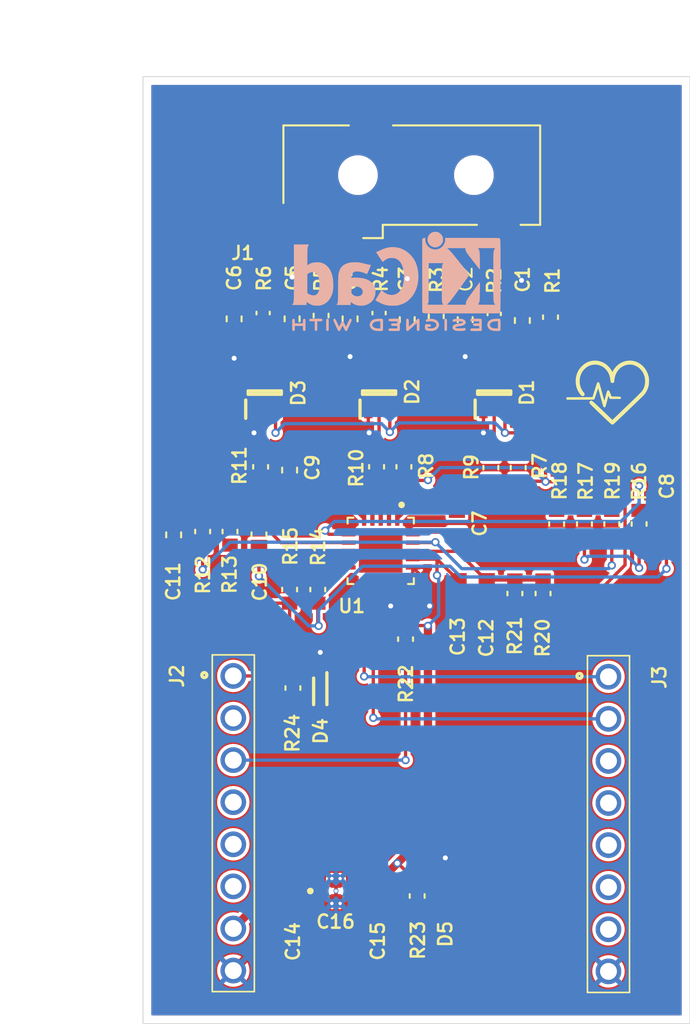
<source format=kicad_pcb>
(kicad_pcb (version 20240108) (generator "pcbnew") (generator_version "8.0")
  (layers (0 "F.Cu" signal) (31 "B.Cu" signal) (34 "B.Paste" user) (35 "F.Paste" user) (36 "B.SilkS" user "B.Silkscreen") (37 "F.SilkS" user "F.Silkscreen") (38 "B.Mask" user) (39 "F.Mask" user) (44 "Edge.Cuts" user))
  (net 0 "")
  (net 1 "Earth")
  (net 2 "Net-(C1-Pad1)")
  (net 3 "Net-(D1-A2{slash}K1)")
  (net 4 "Net-(C3-Pad1)")
  (net 5 "Net-(D2-A2{slash}K1)")
  (net 6 "Net-(C5-Pad1)")
  (net 7 "Net-(D3-A2{slash}K1)")
  (net 8 "Net-(U1-HPSENSE)")
  (net 9 "Net-(U1-HPDRIVE)")
  (net 10 "Net-(U1-SW)")
  (net 11 "/REFOUT")
  (net 12 "Net-(U1-RLD)")
  (net 13 "Net-(U1-RLDFB)")
  (net 14 "Net-(U1-OPAMP+)")
  (net 15 "/OUT")
  (net 16 "Net-(C11-Pad2)")
  (net 17 "Net-(U1-REFIN)")
  (net 18 "VCC")
  (net 19 "Net-(C14-Pad1)")
  (net 20 "Net-(D4-A)")
  (net 21 "Net-(D5-A)")
  (net 22 "/RL")
  (net 23 "/RA")
  (net 24 "/LA")
  (net 26 "/SDN")
  (net 30 "/LOD-")
  (net 36 "/LOD+")
  (net 37 "Net-(U1-+IN)")
  (net 38 "Net-(U1--IN)")
  (net 39 "Net-(U1-IAOUT)")
  (net 40 "Net-(U1-OPAMP-)")
  (net 41 "Net-(R16-Pad1)")
  (net 42 "Net-(R17-Pad1)")
  (footprint "TSW-108-25-G-S_Footprint:TSW-108-XX-YY-S" (layer "F.Cu") (at 163.25 103.77 -90)
    (property "Reference" "J3")
    (property "Value" "TSW-108-25-G-S" (hide yes))
  )
  (footprint "CAPC1608X90:CAPC1608X90" (layer "F.Cu") (at 144.15 82.1725 90)
    (property "Reference" "C5")
    (property "Value" "47pF" (hide yes))
  )
  (footprint "RESC1608X55N:RESC1608X55N" (layer "F.Cu") (at 149.25 91.1 -90)
    (property "Reference" "R10")
    (property "Value" "180K" (hide yes))
  )
  (footprint "Logo:logo_5x5" (layer "F.Cu") (at 163.2 86.625)
    (property "Reference" "ECG_logo1" (hide yes))
    (property "Value" "LOGO" (hide yes))
  )
  (footprint "CAPC1608X87N:CAPC1608X87N" (layer "F.Cu") (at 154.1 94.5 -90)
    (property "Reference" "C7")
    (property "Value" "0.33uF" (hide yes))
  )
  (footprint "CAPC1608X90:CAPC1608X90" (layer "F.Cu") (at 151.1 82.2225 90)
    (property "Reference" "C3")
    (property "Value" "47pF" (hide yes))
  )
  (footprint "RESC1608X55N:RESC1608X55N" (layer "F.Cu") (at 150.9 91.1 -90)
    (property "Reference" "R8")
    (property "Value" "10M" (hide yes))
  )
  (footprint "CAPC1608X90:CAPC1608X90" (layer "F.Cu") (at 137 95.2075 90)
    (property "Reference" "C11")
    (property "Value" "1.5nF" (hide yes))
  )
  (footprint "ERJ-3GEYJ103V_footprint:RES_ERJ-3GEYJ103V" (layer "F.Cu") (at 149.4 81.8225 -90)
    (property "Reference" "R4")
    (property "Value" "10K" (hide yes))
  )
  (footprint "RESC1608X55N:RESC1608X55N" (layer "F.Cu") (at 160.12 94.55 90)
    (property "Reference" "R18")
    (property "Value" "10M" (hide yes))
  )
  (footprint "CAPC1608X90N:CAPC1608X90N" (layer "F.Cu") (at 155.9 98.75 -90)
    (property "Reference" "C12")
    (property "Value" "0.1uF" (hide yes))
  )
  (footprint "CAPC1608X90N:CAPC1608X90N" (layer "F.Cu") (at 149.25 117.05 -90)
    (property "Reference" "C15")
    (property "Value" "10uF" (hide yes))
  )
  (footprint "RESC1608X55N:RESC1608X55N" (layer "F.Cu") (at 144.2 104.45 90)
    (property "Reference" "R24")
    (property "Value" "470" (hide yes))
  )
  (footprint "CAPC1608X90N:CAPC1608X90N" (layer "F.Cu") (at 144.225 117.05 -90)
    (property "Reference" "C14")
    (property "Value" "1.0uF" (hide yes))
  )
  (footprint "TSW-108-25-G-S_Footprint:TSW-108-XX-YY-S" (layer "F.Cu") (at 140.6 103.72 -90)
    (property "Reference" "J2")
    (property "Value" "TSW-108-25-G-S" (hide yes))
  )
  (footprint "NFM18PS105D0J3D_footprint:FIL_NFM18PS105D0J3D" (layer "F.Cu") (at 146.8 116.7)
    (property "Reference" "C16")
    (property "Value" "NFM18PS105D0J3D" (hide yes))
  )
  (footprint "CAPC1608X87N:CAPC1608X87N" (layer "F.Cu") (at 166.75 94.5775 -90)
    (property "Reference" "C8")
    (property "Value" "0.33uF" (hide yes))
  )
  (footprint "AD8232ACPZ-R7_footprint:QFN50P400X400X100-21N" (layer "F.Cu") (at 149.5 96.1725 -90)
    (property "Reference" "U1")
    (property "Value" "AD8232ACPZ-R7" (hide yes))
  )
  (footprint "RESC1608X55N:RESC1608X55N" (layer "F.Cu") (at 144 98.5075 -90)
    (property "Reference" "R15")
    (property "Value" "1M" (hide yes))
  )
  (footprint "BAS40W-04-7-F_footprint:SOT65P222X110-3N" (layer "F.Cu") (at 149.4 86.6225 90)
    (property "Reference" "D2")
    (property "Value" "BAS40W-04-7-F" (hide yes))
  )
  (footprint "RESC1608X55N:RESC1608X55N" (layer "F.Cu") (at 145.7 98.5075 90)
    (property "Reference" "R14")
    (property "Value" "100K" (hide yes))
  )
  (footprint "CAPC1608X90:CAPC1608X90" (layer "F.Cu") (at 158.05 82.2725 90)
    (property "Reference" "C1")
    (property "Value" "47pF" (hide yes))
  )
  (footprint "RESC1608X55N:RESC1608X55N" (layer "F.Cu") (at 156.15 91.15 -90)
    (property "Reference" "R9")
    (property "Value" "180K" (hide yes))
  )
  (footprint "RESC1608X55N:RESC1608X55N" (layer "F.Cu") (at 159.75 82.0725 -90)
    (property "Reference" "R1")
    (property "Value" "22K" (hide yes))
  )
  (footprint "RESC1608X55N:RESC1608X55N" (layer "F.Cu") (at 138.75 95.0075 -90)
    (property "Reference" "R12")
    (property "Value" "1M" (hide yes))
  )
  (footprint "RESC1608X55N:RESC1608X55N" (layer "F.Cu") (at 157.6 98.75 -90)
    (property "Reference" "R21")
    (property "Value" "10M" (hide yes))
  )
  (footprint "RESC1608X55N:RESC1608X55N" (layer "F.Cu") (at 145.9 81.9725 -90)
    (property "Reference" "R5")
    (property "Value" "22K" (hide yes))
  )
  (footprint "RESC1608X55N:RESC1608X55N" (layer "F.Cu") (at 151 101.5 -90)
    (property "Reference" "R22")
    (property "Value" "10K" (hide yes))
  )
  (footprint "RESC1608X55N:RESC1608X55N" (layer "F.Cu") (at 140.4 95.0075 90)
    (property "Reference" "R13")
    (property "Value" "1M" (hide yes))
  )
  (footprint "CAPC1608X90:CAPC1608X90" (layer "F.Cu") (at 144 91.3 -90)
    (property "Reference" "C9")
    (property "Value" "1nF" (hide yes))
  )
  (footprint "599-0010-007F_Footprint:LEDM168X70N" (layer "F.Cu") (at 145.85 104.65 -90)
    (property "Reference" "D4")
    (property "Value" "599-0010-007F" (hide yes))
  )
  (footprint "RESC1608X55N:RESC1608X55N" (layer "F.Cu") (at 159.3 98.75 -90)
    (property "Reference" "R20")
    (property "Value" "10M" (hide yes))
  )
  (footprint "RESC1608X55N:RESC1608X55N" (layer "F.Cu") (at 151.7 117 90)
    (property "Reference" "R23")
    (property "Value" "470" (hide yes))
  )
  (footprint "ERJ-3GEYJ103V_footprint:RES_ERJ-3GEYJ103V" (layer "F.Cu") (at 156.35 81.8725 -90)
    (property "Reference" "R2")
    (property "Value" "10K" (hide yes))
  )
  (footprint "CAPC1608X90N:CAPC1608X90N" (layer "F.Cu") (at 154.2 98.75 -90)
    (property "Reference" "C13")
    (property "Value" "1.0uF" (hide yes))
  )
  (footprint "CAPC1608X90:CAPC1608X90" (layer "F.Cu") (at 142.15 95.2075 -90)
    (property "Reference" "C10")
    (property "Value" "10nF" (hide yes))
  )
  (footprint "RESC1608X55N:RESC1608X55N" (layer "F.Cu") (at 142.25 91.1 -90)
    (property "Reference" "R11")
    (property "Value" "360K" (hide yes))
  )
  (footprint "SJ-43514-SMT-TR_Footprint:CUI_SJ-43514-SMT-TR" (layer "F.Cu") (at 144.225 77)
    (property "Reference" "J1")
    (property "Value" "SJ-43514-SMT-TR" (hide yes))
  )
  (footprint "RESC1608X55N:RESC1608X55N" (layer "F.Cu") (at 161.8 94.55 -90)
    (property "Reference" "R17")
    (property "Value" "200K" (hide yes))
  )
  (footprint "RESC1608X55N:RESC1608X55N" (layer "F.Cu") (at 165.1 94.55 90)
    (property "Reference" "R16")
    (property "Value" "1.2M" (hide yes))
  )
  (footprint "CAPC1608X90:CAPC1608X90" (layer "F.Cu") (at 147.65 82.1725 -90)
    (property "Reference" "C4")
    (property "Value" "47pF" (hide yes))
  )
  (footprint "CAPC1608X90:CAPC1608X90" (layer "F.Cu") (at 140.65 82.1725 -90)
    (property "Reference" "C6")
    (property "Value" "47pF" (hide yes))
  )
  (footprint "CAPC1608X90:CAPC1608X90" (layer "F.Cu") (at 154.6 82.2225 -90)
    (property "Reference" "C2")
    (property "Value" "47pF" (hide yes))
  )
  (footprint "RESC1608X55N:RESC1608X55N" (layer "F.Cu") (at 157.8 91.15 -90)
    (property "Reference" "R7")
    (property "Value" "10M" (hide yes))
  )
  (footprint "BAS40W-04-7-F_footprint:SOT65P222X110-3N" (layer "F.Cu") (at 156.35 86.6225 90)
    (property "Reference" "D1")
    (property "Value" "BAS40W-04-7-F" (hide yes))
  )
  (footprint "RESC1608X55N:RESC1608X55N" (layer "F.Cu") (at 163.45 94.55 -90)
    (property "Reference" "R19")
    (property "Value" "10M" (hide yes))
  )
  (footprint "RESC1608X55N:RESC1608X55N" (layer "F.Cu") (at 152.85 82.0225 -90)
    (property "Reference" "R3")
    (property "Value" "22K" (hide yes))
  )
  (footprint "BAS40W-04-7-F_footprint:SOT65P222X110-3N" (layer "F.Cu") (at 142.5 86.6225 90)
    (property "Reference" "D3")
    (property "Value" "BAS40W-04-7-F" (hide yes))
  )
  (footprint "599-0081-007F_Footprint:CAPC1608X95" (layer "F.Cu") (at 153.4 117.05 -90)
    (property "Reference" "D5")
    (property "Value" "599-0081-007F" (hide yes))
  )
  (footprint "ERJ-3GEYJ103V_footprint:RES_ERJ-3GEYJ103V" (layer "F.Cu") (at 142.4 81.8225 -90)
    (property "Reference" "R6")
    (property "Value" "10K" (hide yes))
  )
  (footprint "Symbol:KiCad-Logo2_5mm_SilkScreen" (layer "B.Cu") (at 150.45 79.9 180)
    (property "Reference" "REF**" (hide yes))
    (property "Value" "KiCad-Logo2_5mm_SilkScreen" (hide yes))
  )
  (gr_line (start 168.17 124.705274) (end 168.17 67.555274) (stroke (width 0.05)) (layer "Edge.Cuts"))
  (gr_line (start 135.15 124.705274) (end 135.15 67.555274) (stroke (width 0.05)) (layer "Edge.Cuts"))
  (gr_line (start 135.15 124.705274) (end 168.17 124.705274) (stroke (width 0.05)) (layer "Edge.Cuts"))
  (gr_line (start 135.15 67.555274) (end 168.17 67.555274) (stroke (width 0.05)) (layer "Edge.Cuts"))
  (segment (start 151.1 81.3725) (end 151.1 79.75) (width 0.2) (layer "F.Cu") (net 1))
  (segment (start 154.6 83.0725) (end 154.6 84.45) (width 0.2) (layer "F.Cu") (net 1))
  (segment (start 146.55 115.95) (end 147.05 115.95) (width 0.2) (layer "F.Cu") (net 1))
  (segment (start 158.05 81.4225) (end 158.05 79.9) (width 0.2) (layer "F.Cu") (net 1))
  (segment (start 150 99.4) (end 150.1 99.5) (width 0.2) (layer "F.Cu") (net 1))
  (segment (start 150 98.1075) (end 150 99.4) (width 0.2) (layer "F.Cu") (net 1))
  (segment (start 140.65 83.0225) (end 140.65 84.55) (width 0.2) (layer "F.Cu") (net 1))
  (segment (start 152.63125 98.36875) (end 153.7875 99.525) (width 0.2) (layer "F.Cu") (net 1))
  (segment (start 147.525 117.825) (end 149.25 117.825) (width 0.5) (layer "F.Cu") (net 1))
  (segment (start 158.05 79.9) (end 158 79.85) (width 0.2) (layer "F.Cu") (net 1))
  (segment (start 141.85 87.6225) (end 141.85 89.05) (width 0.2) (layer "F.Cu") (net 1))
  (segment (start 155.9 99.525) (end 157.555 99.525) (width 0.5) (layer "F.Cu") (net 1))
  (segment (start 154.2 99.525) (end 155.9 99.525) (width 0.5) (layer "F.Cu") (net 1))
  (segment (start 144.225 117.825) (end 146.075 117.825) (width 0.5) (layer "F.Cu") (net 1))
  (segment (start 153.7875 99.525) (end 154.2 99.525) (width 0.2) (layer "F.Cu") (net 1))
  (segment (start 145.85 103.9) (end 145.85 102.3) (width 0.2) (layer "F.Cu") (net 1))
  (segment (start 147.65 83.0225) (end 147.65 84.45) (width 0.2) (layer "F.Cu") (net 1))
  (segment (start 148.75 87.6225) (end 148.75 89) (width 0.2) (layer "F.Cu") (net 1))
  (segment (start 146.8 117.1) (end 146.8 116.7) (width 0.2) (layer "F.Cu") (net 1))
  (segment (start 148.75 89) (end 148.8 89.05) (width 0.2) (layer "F.Cu") (net 1))
  (segment (start 153.4 116.275) (end 153.4 114.7) (width 0.2) (layer "F.Cu") (net 1))
  (segment (start 146.075 117.825) (end 146.8 117.1) (width 0.5) (layer "F.Cu") (net 1))
  (segment (start 151.435 97.1725) (end 152.63125 98.36875) (width 0.2) (layer "F.Cu") (net 1))
  (segment (start 146.8 116.3) (end 146.8 116.7) (width 0.2) (layer "F.Cu") (net 1))
  (segment (start 157.555 99.525) (end 157.6 99.57) (width 0.2) (layer "F.Cu") (net 1))
  (segment (start 152.45 98.55) (end 152.45 99.5) (width 0.2) (layer "F.Cu") (net 1))
  (segment (start 144.15 81.3225) (end 144.15 79.65) (width 0.2) (layer "F.Cu") (net 1))
  (segment (start 140.6 121.5) (end 144.225 117.875) (width 0.5) (layer "F.Cu") (net 1))
  (segment (start 152.63125 98.36875) (end 152.45 98.55) (width 0.2) (layer "F.Cu") (net 1))
  (segment (start 155.7 87.6225) (end 155.7 89.05) (width 0.2) (layer "F.Cu") (net 1))
  (segment (start 146.8 117.1) (end 147.525 117.825) (width 0.5) (layer "F.Cu") (net 1))
  (via (at 144.15 79.65) (size 0.5) (drill 0.3) (layers "F.Cu" "B.Cu") (net 1))
  (via (at 158 79.85) (size 0.5) (drill 0.3) (layers "F.Cu" "B.Cu") (net 1))
  (via (at 141.85 89.05) (size 0.5) (drill 0.3) (layers "F.Cu" "B.Cu") (net 1))
  (via (at 155.7 89.05) (size 0.5) (drill 0.3) (layers "F.Cu" "B.Cu") (net 1))
  (via (at 152.45 99.5) (size 0.5) (drill 0.3) (layers "F.Cu" "B.Cu") (net 1))
  (via (at 151.1 79.75) (size 0.5) (drill 0.3) (layers "F.Cu" "B.Cu") (net 1))
  (via (at 140.65 84.55) (size 0.5) (drill 0.3) (layers "F.Cu" "B.Cu") (net 1))
  (via (at 153.4 114.7) (size 0.5) (drill 0.3) (layers "F.Cu" "B.Cu") (net 1))
  (via (at 150.1 99.5) (size 0.5) (drill 0.3) (layers "F.Cu" "B.Cu") (net 1))
  (via (at 145.85 102.3) (size 0.5) (drill 0.3) (layers "F.Cu" "B.Cu") (net 1))
  (via (at 147.65 84.45) (size 0.5) (drill 0.3) (layers "F.Cu" "B.Cu") (net 1))
  (via (at 154.6 84.45) (size 0.5) (drill 0.3) (layers "F.Cu" "B.Cu") (net 1))
  (via (at 148.8 89.05) (size 0.5) (drill 0.3) (layers "F.Cu" "B.Cu") (net 1))
  (segment (start 150.1 99.5) (end 152.45 99.5) (width 0.2) (layer "B.Cu") (net 1))
  (segment (start 156.35 81.3725) (end 158.05 83.0725) (width 0.2) (layer "F.Cu") (net 2))
  (segment (start 158.05 83.1225) (end 159.52 83.1225) (width 0.2) (layer "F.Cu") (net 2))
  (segment (start 156.35 81.1475) (end 156.35 81.3725) (width 0.2) (layer "F.Cu") (net 2))
  (segment (start 159.52 83.1225) (end 159.75 82.8925) (width 0.2) (layer "F.Cu") (net 2))
  (segment (start 158.05 83.0725) (end 158.05 83.1225) (width 0.2) (layer "F.Cu") (net 2))
  (segment (start 155.125 81.3725) (end 156.35 82.5975) (width 0.2) (layer "F.Cu") (net 3))
  (segment (start 156.35 90.13) (end 156.15 90.33) (width 0.2) (layer "F.Cu") (net 3))
  (segment (start 156.35 85.6225) (end 156.35 90.13) (width 0.2) (layer "F.Cu") (net 3))
  (segment (start 154.6 81.3725) (end 155.125 81.3725) (width 0.2) (layer "F.Cu") (net 3))
  (segment (start 156.35 82.5975) (end 156.35 85.6225) (width 0.2) (layer "F.Cu") (net 3))
  (segment (start 156.15 90.33) (end 157.8 90.33) (width 0.2) (layer "F.Cu") (net 3))
  (segment (start 151.1 83.0725) (end 152.62 83.0725) (width 0.2) (layer "F.Cu") (net 4))
  (segment (start 151.1 83.0225) (end 151.1 83.0725) (width 0.2) (layer "F.Cu") (net 4))
  (segment (start 149.4 81.3225) (end 151.1 83.0225) (width 0.2) (layer "F.Cu") (net 4))
  (segment (start 149.4 81.0975) (end 149.4 81.3225) (width 0.2) (layer "F.Cu") (net 4))
  (segment (start 152.62 83.0725) (end 152.85 82.8425) (width 0.2) (layer "F.Cu") (net 4))
  (segment (start 148.175 81.3225) (end 149.4 82.5475) (width 0.2) (layer "F.Cu") (net 5))
  (segment (start 149.25 90.28) (end 150.9 90.28) (width 0.2) (layer "F.Cu") (net 5))
  (segment (start 147.65 81.3225) (end 148.175 81.3225) (width 0.2) (layer "F.Cu") (net 5))
  (segment (start 149.4 90.13) (end 149.25 90.28) (width 0.2) (layer "F.Cu") (net 5))
  (segment (start 149.4 85.6225) (end 149.4 90.13) (width 0.2) (layer "F.Cu") (net 5))
  (segment (start 149.4 82.5475) (end 149.4 85.6225) (width 0.2) (layer "F.Cu") (net 5))
  (segment (start 144.15 83.0225) (end 145.67 83.0225) (width 0.2) (layer "F.Cu") (net 6))
  (segment (start 142.4 81.0975) (end 142.4 81.2725) (width 0.2) (layer "F.Cu") (net 6))
  (segment (start 142.4 81.2725) (end 144.15 83.0225) (width 0.2) (layer "F.Cu") (net 6))
  (segment (start 145.67 83.0225) (end 145.9 82.7925) (width 0.2) (layer "F.Cu") (net 6))
  (segment (start 142.4 82.5475) (end 142.4 82.6) (width 0.2) (layer "F.Cu") (net 7))
  (segment (start 142.5 85.6225) (end 142.5 90.03) (width 0.2) (layer "F.Cu") (net 7))
  (segment (start 142.4 82.6) (end 142.5 82.7) (width 0.2) (layer "F.Cu") (net 7))
  (segment (start 140.65 81.3225) (end 141.175 81.3225) (width 0.2) (layer "F.Cu") (net 7))
  (segment (start 142.5 82.7) (end 142.5 85.6225) (width 0.2) (layer "F.Cu") (net 7))
  (segment (start 142.5 90.03) (end 142.25 90.28) (width 0.2) (layer "F.Cu") (net 7))
  (segment (start 141.175 81.3225) (end 142.4 82.5475) (width 0.2) (layer "F.Cu") (net 7))
  (segment (start 151.435 95.1725) (end 151.565 95.0425) (width 0.2) (layer "F.Cu") (net 8))
  (segment (start 153.8675 95.0425) (end 154.1 95.275) (width 0.2) (layer "F.Cu") (net 8))
  (segment (start 151.565 95.0425) (end 153.8675 95.0425) (width 0.2) (layer "F.Cu") (net 8))
  (segment (start 154.37 95.37) (end 160.12 95.37) (width 0.2) (layer "F.Cu") (net 8))
  (segment (start 154.1 95.275) (end 154.275 95.275) (width 0.2) (layer "F.Cu") (net 8))
  (segment (start 154.275 95.275) (end 154.37 95.37) (width 0.2) (layer "F.Cu") (net 8))
  (segment (start 150.5 94.2375) (end 151.0125 93.725) (width 0.2) (layer "F.Cu") (net 9))
  (segment (start 151.0125 93.725) (end 154.1 93.725) (width 0.2) (layer "F.Cu") (net 9))
  (segment (start 147.565 95.1725) (end 146.3725 95.1725) (width 0.2) (layer "F.Cu") (net 10))
  (segment (start 146.3725 95.1725) (end 146.15 94.95) (width 0.2) (layer "F.Cu") (net 10))
  (segment (start 166.6775 93.73) (end 166.75 93.8025) (width 0.2) (layer "F.Cu") (net 10))
  (segment (start 165.1 93.73) (end 166.6775 93.73) (width 0.2) (layer "F.Cu") (net 10))
  (segment (start 165.1 93.73) (end 165.1 92.25) (width 0.2) (layer "F.Cu") (net 10))
  (via (at 146.15 94.95) (size 0.5) (drill 0.3) (layers "F.Cu" "B.Cu") (net 10))
  (via (at 165.1 92.25) (size 0.5) (drill 0.3) (layers "F.Cu" "B.Cu") (net 10))
  (segment (start 164 94.4) (end 165.1 93.3) (width 0.2) (layer "B.Cu") (net 10))
  (segment (start 165.1 93.3) (end 165.1 92.25) (width 0.2) (layer "B.Cu") (net 10))
  (segment (start 146.15 94.95) (end 146.7 94.4) (width 0.2) (layer "B.Cu") (net 10))
  (segment (start 146.7 94.4) (end 164 94.4) (width 0.2) (layer "B.Cu") (net 10))
  (segment (start 166.75 95.3525) (end 166.75 97.25) (width 0.2) (layer "F.Cu") (net 11))
  (segment (start 142.15 96.0575) (end 142.15 97.7) (width 0.2) (layer "F.Cu") (net 11))
  (segment (start 145.7 99.3275) (end 145.7 100.65) (width 0.2) (layer "F.Cu") (net 11))
  (segment (start 142.265 96.1725) (end 147.565 96.1725) (width 0.2) (layer "F.Cu") (net 11))
  (segment (start 145.7 100.65) (end 145.75 100.7) (width 0.2) (layer "F.Cu") (net 11))
  (segment (start 142.15 96.0575) (end 142.265 96.1725) (width 0.2) (layer "F.Cu") (net 11))
  (via (at 166.75 97.25) (size 0.5) (drill 0.3) (layers "F.Cu" "B.Cu") (net 11))
  (via (at 145.75 100.7) (size 0.5) (drill 0.3) (layers "F.Cu" "B.Cu") (net 11))
  (via (at 142.15 97.7) (size 0.5) (drill 0.3) (layers "F.Cu" "B.Cu") (net 11))
  (segment (start 166.25 97.75) (end 166.75 97.25) (width 0.2) (layer "B.Cu") (net 11))
  (segment (start 153.684314 97.1) (end 154.334314 97.75) (width 0.2) (layer "B.Cu") (net 11))
  (segment (start 154.334314 97.75) (end 166.25 97.75) (width 0.2) (layer "B.Cu") (net 11))
  (segment (start 148.4 97.1) (end 153.684314 97.1) (width 0.2) (layer "B.Cu") (net 11))
  (segment (start 145.15 100.7) (end 142.15 97.7) (width 0.2) (layer "B.Cu") (net 11))
  (segment (start 145.75 99.75) (end 148.4 97.1) (width 0.2) (layer "B.Cu") (net 11))
  (segment (start 145.75 100.7) (end 145.15 100.7) (width 0.2) (layer "B.Cu") (net 11))
  (segment (start 145.75 99.75) (end 145.75 100.7) (width 0.2) (layer "B.Cu") (net 11))
  (segment (start 146.4125 92.15) (end 148.5 94.2375) (width 0.2) (layer "F.Cu") (net 12))
  (segment (start 144 92.15) (end 146.4125 92.15) (width 0.2) (layer "F.Cu") (net 12))
  (segment (start 142.25 91.92) (end 143.77 91.92) (width 0.2) (layer "F.Cu") (net 12))
  (segment (start 143.77 91.92) (end 144 92.15) (width 0.2) (layer "F.Cu") (net 12))
  (segment (start 149 93.781374) (end 149 94.2375) (width 0.2) (layer "F.Cu") (net 13))
  (segment (start 145.668626 90.45) (end 149 93.781374) (width 0.2) (layer "F.Cu") (net 13))
  (segment (start 144 90.45) (end 145.668626 90.45) (width 0.2) (layer "F.Cu") (net 13))
  (segment (start 140.4 94.1875) (end 141.98 94.1875) (width 0.2) (layer "F.Cu") (net 14))
  (segment (start 141.98 94.1875) (end 142.15 94.3575) (width 0.2) (layer "F.Cu") (net 14))
  (segment (start 143.465 95.6725) (end 147.565 95.6725) (width 0.2) (layer "F.Cu") (net 14))
  (segment (start 142.15 94.3575) (end 143.465 95.6725) (width 0.2) (layer "F.Cu") (net 14))
  (segment (start 144.695 98.6325) (end 144 99.3275) (width 0.2) (layer "F.Cu") (net 15))
  (segment (start 147.565 97.1725) (end 146.105 98.6325) (width 0.2) (layer "F.Cu") (net 15))
  (segment (start 144.11 103.72) (end 144.2 103.63) (width 0.2) (layer "F.Cu") (net 15))
  (segment (start 144 99.3275) (end 144 103.43) (width 0.2) (layer "F.Cu") (net 15))
  (segment (start 140.6 103.72) (end 144.11 103.72) (width 0.2) (layer "F.Cu") (net 15))
  (segment (start 137 96.0575) (end 137 96.8075) (width 0.2) (layer "F.Cu") (net 15))
  (segment (start 137 96.8075) (end 139.52 99.3275) (width 0.2) (layer "F.Cu") (net 15))
  (segment (start 144 103.43) (end 144.2 103.63) (width 0.2) (layer "F.Cu") (net 15))
  (segment (start 146.105 98.6325) (end 144.695 98.6325) (width 0.2) (layer "F.Cu") (net 15))
  (segment (start 139.52 99.3275) (end 144 99.3275) (width 0.2) (layer "F.Cu") (net 15))
  (segment (start 137 94.3575) (end 138.58 94.3575) (width 0.2) (layer "F.Cu") (net 16))
  (segment (start 138.75 94.1875) (end 138.76 94.1875) (width 0.2) (layer "F.Cu") (net 16))
  (segment (start 138.58 94.3575) (end 138.75 94.1875) (width 0.2) (layer "F.Cu") (net 16))
  (segment (start 138.76 94.1875) (end 140.4 95.8275) (width 0.2) (layer "F.Cu") (net 16))
  (segment (start 155.9 97.975) (end 154.125 96.2) (width 0.2) (layer "F.Cu") (net 17))
  (segment (start 155.945 97.93) (end 155.9 97.975) (width 0.2) (layer "F.Cu") (net 17))
  (segment (start 151.4625 96.2) (end 151.435 96.1725) (width 0.2) (layer "F.Cu") (net 17))
  (segment (start 157.6 97.93) (end 155.945 97.93) (width 0.2) (layer "F.Cu") (net 17))
  (segment (start 154.125 96.2) (end 151.4625 96.2) (width 0.2) (layer "F.Cu") (net 17))
  (segment (start 159.3 97.93) (end 157.6 97.93) (width 0.2) (layer "F.Cu") (net 17))
  (segment (start 152.8975 96.6725) (end 152.8975 97.6475) (width 0.2) (layer "F.Cu") (net 18))
  (segment (start 149.25 116.275) (end 149.25 116.1) (width 0.5) (layer "F.Cu") (net 18))
  (segment (start 152.33 91.92) (end 152.35 91.9) (width 0.2) (layer "F.Cu") (net 18))
  (segment (start 151 98.6075) (end 150.5 98.1075) (width 0.2) (layer "F.Cu") (net 18))
  (segment (start 152.33 100.68) (end 152.35 100.7) (width 0.2) (layer "F.Cu") (net 18))
  (segment (start 157.98 89.05) (end 157 89.05) (width 0.2) (layer "F.Cu") (net 18))
  (segment (start 159.45 92) (end 163.18 92) (width 0.2) (layer "F.Cu") (net 18))
  (segment (start 157 87.6225) (end 157 89.05) (width 0.2) (layer "F.Cu") (net 18))
  (segment (start 151 100.68) (end 152.33 100.68) (width 0.2) (layer "F.Cu") (net 18))
  (segment (start 161.707818 99.57) (end 159.3 99.57) (width 0.2) (layer "F.Cu") (net 18))
  (segment (start 150.5 115.025) (end 152.35 113.175) (width 0.5) (layer "F.Cu") (net 18))
  (segment (start 150.9 91.92) (end 152.33 91.92) (width 0.2) (layer "F.Cu") (net 18))
  (segment (start 163.18 92) (end 164.25 93.07) (width 0.2) (layer "F.Cu") (net 18))
  (segment (start 154.2 97.975) (end 154.99 98.765) (width 0.2) (layer "F.Cu") (net 18))
  (segment (start 150.545 115.025) (end 151.7 116.18) (width 0.2) (layer "F.Cu") (net 18))
  (segment (start 147.625 116.7) (end 148.825 116.7) (width 0.5) (layer "F.Cu") (net 18))
  (segment (start 159.42 91.97) (end 159.45 92) (width 0.2) (layer "F.Cu") (net 18))
  (segment (start 164.25 97.027818) (end 161.707818 99.57) (width 0.2) (layer "F.Cu") (net 18))
  (segment (start 154.2 97.975) (end 152.8975 96.6725) (width 0.2) (layer "F.Cu") (net 18))
  (segment (start 157.8 91.97) (end 159.42 91.97) (width 0.2) (layer "F.Cu") (net 18))
  (segment (start 164.25 93.07) (end 164.25 97.027818) (width 0.2) (layer "F.Cu") (net 18))
  (segment (start 159.45 90.52) (end 157.98 89.05) (width 0.2) (layer "F.Cu") (net 18))
  (segment (start 151 100.68) (end 151 98.6075) (width 0.2) (layer "F.Cu") (net 18))
  (segment (start 143.15 87.6225) (end 143.15 89.05) (width 0.2) (layer "F.Cu") (net 18))
  (segment (start 152.8975 96.6725) (end 151.435 96.6725) (width 0.2) (layer "F.Cu") (net 18))
  (segment (start 150.05 87.6225) (end 150.05 89) (width 0.2) (layer "F.Cu") (net 18))
  (segment (start 149.25 116.275) (end 150.5 115.025) (width 0.5) (layer "F.Cu") (net 18))
  (segment (start 152.8975 97.6475) (end 152.9 97.65) (width 0.2) (layer "F.Cu") (net 18))
  (segment (start 154.99 98.765) (end 158.495 98.765) (width 0.2) (layer "F.Cu") (net 18))
  (segment (start 158.495 98.765) (end 159.3 99.57) (width 0.2) (layer "F.Cu") (net 18))
  (segment (start 152.35 113.175) (end 152.35 100.7) (width 0.5) (layer "F.Cu") (net 18))
  (segment (start 148.825 116.7) (end 149.25 116.275) (width 0.5) (layer "F.Cu") (net 18))
  (segment (start 150.5 115.025) (end 150.545 115.025) (width 0.5) (layer "F.Cu") (net 18))
  (segment (start 159.45 92) (end 159.45 90.52) (width 0.2) (layer "F.Cu") (net 18))
  (segment (start 149.25 116.275) (end 149.25 116.13) (width 0.5) (layer "F.Cu") (net 18))
  (via (at 143.15 89.05) (size 0.5) (drill 0.3) (layers "F.Cu" "B.Cu") (net 18))
  (via (at 150.5 115.025) (size 0.5) (drill 0.3) (layers "F.Cu" "B.Cu") (net 18))
  (via (at 152.35 91.9) (size 0.5) (drill 0.3) (layers "F.Cu" "B.Cu") (net 18))
  (via (at 157 89.05) (size 0.5) (drill 0.3) (layers "F.Cu" "B.Cu") (net 18))
  (via (at 152.35 100.7) (size 0.5) (drill 0.3) (layers "F.Cu" "B.Cu") (net 18))
  (via (at 159.45 92) (size 0.5) (drill 0.3) (layers "F.Cu" "B.Cu") (net 18))
  (via (at 152.9 97.65) (size 0.5) (drill 0.3) (layers "F.Cu" "B.Cu") (net 18))
  (via (at 150.05 89) (size 0.5) (drill 0.3) (layers "F.Cu" "B.Cu") (net 18))
  (segment (start 159.45 92) (end 158.6 91.15) (width 0.2) (layer "B.Cu") (net 18))
  (segment (start 152.35 100.7) (end 153 100.05) (width 0.2) (layer "B.Cu") (net 18))
  (segment (start 158.6 91.15) (end 153.1 91.15) (width 0.2) (layer "B.Cu") (net 18))
  (segment (start 157 89.05) (end 156.4 88.45) (width 0.2) (layer "B.Cu") (net 18))
  (segment (start 149.55 88.5) (end 143.7 88.5) (width 0.2) (layer "B.Cu") (net 18))
  (segment (start 153 97.75) (end 152.9 97.65) (width 0.2) (layer "B.Cu") (net 18))
  (segment (start 153 100.05) (end 153 97.75) (width 0.2) (layer "B.Cu") (net 18))
  (segment (start 143.7 88.5) (end 143.15 89.05) (width 0.2) (layer "B.Cu") (net 18))
  (segment (start 156.4 88.45) (end 150.6 88.45) (width 0.2) (layer "B.Cu") (net 18))
  (segment (start 150.05 89) (end 149.55 88.5) (width 0.2) (layer "B.Cu") (net 18))
  (segment (start 150.6 88.45) (end 150.05 89) (width 0.2) (layer "B.Cu") (net 18))
  (segment (start 153.1 91.15) (end 152.35 91.9) (width 0.2) (layer "B.Cu") (net 18))
  (segment (start 143.285 116.275) (end 144.225 116.275) (width 0.5) (layer "F.Cu") (net 19))
  (segment (start 144.225 116.275) (end 145.55 116.275) (width 0.5) (layer "F.Cu") (net 19))
  (segment (start 140.6 118.96) (end 143.285 116.275) (width 0.5) (layer "F.Cu") (net 19))
  (segment (start 145.55 116.275) (end 145.975 116.7) (width 0.5) (layer "F.Cu") (net 19))
  (segment (start 144.2 105.27) (end 145.72 105.27) (width 0.2) (layer "F.Cu") (net 20))
  (segment (start 145.72 105.27) (end 145.85 105.4) (width 0.2) (layer "F.Cu") (net 20))
  (segment (start 151.7 117.82) (end 153.395 117.82) (width 0.2) (layer "F.Cu") (net 21))
  (segment (start 153.395 117.82) (end 153.4 117.825) (width 0.2) (layer "F.Cu") (net 21))
  (segment (start 145.9 78) (end 147.15 76.75) (width 0.2) (layer "F.Cu") (net 22))
  (segment (start 144.25 76.75) (end 147.15 76.75) (width 0.2) (layer "F.Cu") (net 22))
  (segment (start 145.9 81.1525) (end 145.9 78) (width 0.2) (layer "F.Cu") (net 22))
  (segment (start 148.95 69.75) (end 152.85 73.65) (width 0.2) (layer "F.Cu") (net 23))
  (segment (start 152.85 73.65) (end 152.85 81.2025) (width 0.2) (layer "F.Cu") (net 23))
  (segment (start 159.75 79.85) (end 159.75 81.2525) (width 0.2) (layer "F.Cu") (net 24))
  (segment (start 156.65 76.75) (end 156.8 76.75) (width 0.2) (layer "F.Cu") (net 24))
  (segment (start 156.65 76.75) (end 159.75 79.85) (width 0.2) (layer "F.Cu") (net 24))
  (segment (start 149.5 100.82) (end 149.5 98.1075) (width 0.2) (layer "F.Cu") (net 26))
  (segment (start 151 102.32) (end 151 108.8) (width 0.2) (layer "F.Cu") (net 26))
  (segment (start 151 102.32) (end 149.5 100.82) (width 0.2) (layer "F.Cu") (net 26))
  (via (at 151 108.8) (size 0.5) (drill 0.3) (layers "F.Cu" "B.Cu") (net 26))
  (segment (start 140.6 108.8) (end 151 108.8) (width 0.2) (layer "B.Cu") (net 26))
  (segment (start 148.5 98.1075) (end 148.5 103.75) (width 0.2) (layer "F.Cu") (net 30))
  (via (at 148.5 103.75) (size 0.5) (drill 0.3) (layers "F.Cu" "B.Cu") (net 30))
  (segment (start 148.5 103.75) (end 148.52 103.77) (width 0.2) (layer "B.Cu") (net 30))
  (segment (start 148.52 103.77) (end 163.25 103.77) (width 0.2) (layer "B.Cu") (net 30))
  (segment (start 149.05 98.1575) (end 149.05 106.25) (width 0.2) (layer "F.Cu") (net 36))
  (segment (start 149 98.1075) (end 149.05 98.1575) (width 0.2) (layer "F.Cu") (net 36))
  (via (at 149.05 106.25) (size 0.5) (drill 0.3) (layers "F.Cu" "B.Cu") (net 36))
  (segment (start 149.05 106.25) (end 149.11 106.31) (width 0.2) (layer "B.Cu") (net 36))
  (segment (start 149.11 106.31) (end 163.25 106.31) (width 0.2) (layer "B.Cu") (net 36))
  (segment (start 156.15 91.97) (end 155.505 92.615) (width 0.2) (layer "F.Cu") (net 37))
  (segment (start 151.085 92.615) (end 150 93.7) (width 0.2) (layer "F.Cu") (net 37))
  (segment (start 150 93.7) (end 150 94.2375) (width 0.2) (layer "F.Cu") (net 37))
  (segment (start 155.505 92.615) (end 151.085 92.615) (width 0.2) (layer "F.Cu") (net 37))
  (segment (start 149.25 91.92) (end 149.5 92.17) (width 0.2) (layer "F.Cu") (net 38))
  (segment (start 149.5 92.17) (end 149.5 94.2375) (width 0.2) (layer "F.Cu") (net 38))
  (segment (start 163.45 95.37) (end 163.45 97.05) (width 0.2) (layer "F.Cu") (net 39))
  (segment (start 138.75 95.8275) (end 138.75 97.3) (width 0.2) (layer "F.Cu") (net 39))
  (segment (start 152.7775 95.6725) (end 152.8 95.65) (width 0.2) (layer "F.Cu") (net 39))
  (segment (start 151.435 95.6725) (end 152.7775 95.6725) (width 0.2) (layer "F.Cu") (net 39))
  (via (at 163.45 97.05) (size 0.5) (drill 0.3) (layers "F.Cu" "B.Cu") (net 39))
  (via (at 138.75 97.3) (size 0.5) (drill 0.3) (layers "F.Cu" "B.Cu") (net 39))
  (via (at 152.8 95.65) (size 0.5) (drill 0.3) (layers "F.Cu" "B.Cu") (net 39))
  (segment (start 154.4 97.25) (end 152.8 95.65) (width 0.2) (layer "B.Cu") (net 39))
  (segment (start 163.45 97.05) (end 163.25 97.25) (width 0.2) (layer "B.Cu") (net 39))
  (segment (start 163.25 97.25) (end 154.4 97.25) (width 0.2) (layer "B.Cu") (net 39))
  (segment (start 140.4 95.65) (end 152.8 95.65) (width 0.2) (layer "B.Cu") (net 39))
  (segment (start 138.75 97.3) (end 140.4 95.65) (width 0.2) (layer "B.Cu") (net 39))
  (segment (start 146.715 96.6725) (end 147.565 96.6725) (width 0.2) (layer "F.Cu") (net 40))
  (segment (start 145.7 97.6875) (end 146.715 96.6725) (width 0.2) (layer "F.Cu") (net 40))
  (segment (start 144 97.6875) (end 145.7 97.6875) (width 0.2) (layer "F.Cu") (net 40))
  (segment (start 165.1 95.37) (end 165.1 97.2) (width 0.2) (layer "F.Cu") (net 41))
  (segment (start 161.8 95.37) (end 161.8 96.7) (width 0.2) (layer "F.Cu") (net 41))
  (via (at 161.8 96.7) (size 0.5) (drill 0.3) (layers "F.Cu" "B.Cu") (net 41))
  (via (at 165.1 97.2) (size 0.5) (drill 0.3) (layers "F.Cu" "B.Cu") (net 41))
  (segment (start 164.4 96.5) (end 162 96.5) (width 0.2) (layer "B.Cu") (net 41))
  (segment (start 165.1 97.2) (end 164.4 96.5) (width 0.2) (layer "B.Cu") (net 41))
  (segment (start 162 96.5) (end 161.8 96.7) (width 0.2) (layer "B.Cu") (net 41))
  (segment (start 160.12 93.73) (end 161.8 93.73) (width 0.2) (layer "F.Cu") (net 42))
  (segment (start 161.8 93.73) (end 163.45 93.73) (width 0.2) (layer "F.Cu") (net 42))
  (zone (net 1) (net_name "Earth") (layer "F.Cu") (connect_pads (clearance 0.2)) (min_thickness 0.1) (fill yes (thermal_gap 0.2) (thermal_bridge_width 0.2))
    (polygon (pts (xy 135.5 67.75) (xy 135.525 124.5) (xy 167.75 124.5) (xy 167.75 67.775)))
  )
  (zone (net 1) (net_name "Earth") (layer "B.Cu") (priority 1) (connect_pads (clearance 0.3)) (min_thickness 0.1) (fill yes (thermal_gap 0.3) (thermal_bridge_width 0.3))
    (polygon (pts (xy 135.5 67.75) (xy 135.525 124.5) (xy 167.75 124.5) (xy 167.75 67.775)))
  )
)
</source>
